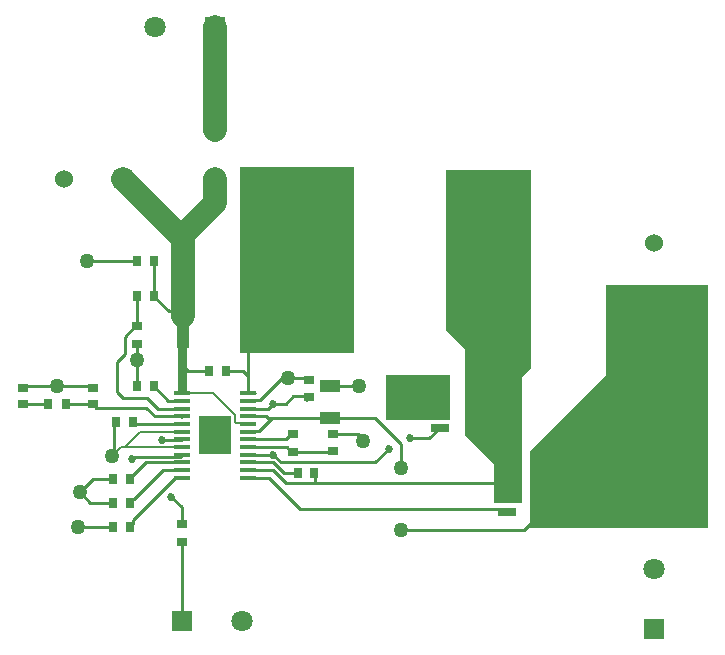
<source format=gtl>
G04*
G04 #@! TF.GenerationSoftware,Altium Limited,Altium Designer,19.1.8 (144)*
G04*
G04 Layer_Physical_Order=1*
G04 Layer_Color=255*
%FSLAX25Y25*%
%MOIN*%
G70*
G01*
G75*
%ADD10C,0.01000*%
%ADD33R,0.10787X0.12795*%
%ADD34R,0.05753X0.01381*%
%ADD35R,0.06693X0.04331*%
%ADD36R,0.06890X0.02559*%
%ADD37R,0.04134X0.12795*%
%ADD38R,0.24800X0.49200*%
%ADD39R,0.11811X0.18000*%
%ADD40R,0.06299X0.03150*%
%ADD41R,0.03150X0.03543*%
%ADD42R,0.03543X0.02756*%
%ADD43R,0.02756X0.03543*%
%ADD44R,0.03543X0.03150*%
%ADD45C,0.00800*%
%ADD46C,0.03000*%
%ADD47C,0.08000*%
%ADD48C,0.06000*%
%ADD49R,0.06000X0.06000*%
%ADD50C,0.07087*%
%ADD51R,0.07087X0.07087*%
%ADD52R,0.06000X0.06000*%
%ADD53R,0.07087X0.07087*%
%ADD54C,0.05000*%
%ADD55C,0.02700*%
G36*
X438000Y278500D02*
X400000D01*
X400000Y340500D01*
X438000D01*
X438000Y278500D01*
D02*
G37*
G36*
X470000Y256000D02*
X448500Y256000D01*
X448500Y271000D01*
X470000Y271000D01*
X470000Y256000D01*
D02*
G37*
G36*
X497000Y339500D02*
X497000Y273500D01*
X494000Y270500D01*
X494000Y228500D01*
X484500Y228500D01*
X484500Y241500D01*
X475000Y251000D01*
X475000Y279500D01*
X468500Y286000D01*
X468500Y339500D01*
X497000Y339500D01*
D02*
G37*
G36*
X556000Y220000D02*
X496500D01*
X496500Y245500D01*
X522000Y271000D01*
X522000Y301000D01*
X556000D01*
X556000Y220000D01*
D02*
G37*
D10*
X413500Y242000D02*
X445000D01*
X449500Y246500D01*
X410941Y244559D02*
X413500Y242000D01*
X357899Y254851D02*
X358547Y255500D01*
X357899Y244649D02*
Y254851D01*
X357250Y244000D02*
X358500D01*
X358524Y244024D01*
X368559Y242000D02*
X380500D01*
X363453Y236894D02*
X368559Y242000D01*
X364891Y243891D02*
X379832D01*
X364000Y243000D02*
X364891Y243891D01*
X379832D02*
X380500Y244559D01*
X410500Y256685D02*
X430000D01*
X409185D02*
X410500D01*
X406242Y252427D02*
X410500Y256685D01*
X402935Y252427D02*
X406242D01*
X402744Y252236D02*
X402935Y252427D01*
X408516Y257354D02*
X409185Y256685D01*
X402744Y257354D02*
X408516D01*
X400558Y254795D02*
X402744D01*
X380500Y274500D02*
X382500Y272500D01*
X430185Y267500D02*
X439500D01*
X430000Y267315D02*
X430185Y267500D01*
X411000Y261500D02*
X415244D01*
X417744Y264000D01*
X410880Y261500D02*
X411000D01*
X409294Y259913D02*
X410880Y261500D01*
X414000Y270000D02*
X416000D01*
X406663Y262663D02*
X414000Y270000D01*
X416000D02*
X422256D01*
X379516Y292398D02*
X381083Y290831D01*
X342815Y336500D02*
X342908Y336407D01*
X444815Y256685D02*
X453500Y248000D01*
X430000Y256685D02*
X444815D01*
X423000Y269256D02*
X423276Y268980D01*
X417744Y264000D02*
X422744D01*
X423000Y263744D01*
X422256Y270000D02*
X423000Y269256D01*
X421925Y262669D02*
X423000Y263744D01*
X364331Y222898D02*
X378314Y236882D01*
X380500D01*
X364331Y221378D02*
Y222898D01*
X363453Y220500D02*
X364331Y221378D01*
X380500Y221453D02*
X380500Y221453D01*
X380500Y221453D02*
Y227000D01*
X377000Y230500D02*
X380500Y227000D01*
X415435Y235000D02*
X425000D01*
Y238256D01*
X424756Y238500D02*
X425000Y238256D01*
X456500Y250000D02*
X463000D01*
X414500Y238500D02*
X419244D01*
X419244Y238500D01*
X411000Y242000D02*
X414500Y238500D01*
X402744Y242000D02*
X411000D01*
X374000Y249500D02*
X380323D01*
X380500Y249677D01*
X349000Y309000D02*
X365744D01*
X364453Y255500D02*
X365158Y254795D01*
X380500D01*
X341953Y261500D02*
X351000D01*
X371646Y257354D02*
X380500D01*
X368772Y260228D02*
X371646Y257354D01*
X352075Y260228D02*
X368772D01*
X351000Y261303D02*
X352075Y260228D01*
X359000Y265500D02*
X361000Y263500D01*
X369000D01*
X372587Y259913D01*
X380500D01*
X359000Y265500D02*
Y275500D01*
X376087Y262472D02*
X380500D01*
X371256Y267303D02*
X376087Y262472D01*
X365500Y267744D02*
Y276000D01*
Y267744D02*
X365744Y267500D01*
X371256Y267303D02*
Y267500D01*
X361500Y283846D02*
X365106Y287453D01*
X365500D01*
X365547Y287500D02*
Y297500D01*
X371256Y309000D02*
X371453Y308803D01*
Y297500D02*
Y308803D01*
X494594Y219500D02*
X505000Y229906D01*
Y233000D01*
X425000Y235000D02*
X488500D01*
X441000Y249000D02*
Y249500D01*
X439244Y251256D02*
X441000Y249500D01*
X431000Y251256D02*
X439244D01*
X463000Y250000D02*
X466500Y253500D01*
X381083Y286500D02*
Y290831D01*
X365744Y309000D02*
X365744Y309000D01*
X371453Y297106D02*
X376161Y292398D01*
X371453Y297106D02*
Y297500D01*
X376161Y292398D02*
X379516D01*
X453500Y219500D02*
X494594D01*
X453500Y240000D02*
Y248000D01*
X488500Y235000D02*
X489000Y235500D01*
X487925Y226575D02*
X489000Y225500D01*
X420081Y226575D02*
X487925D01*
X339000Y267500D02*
X350315D01*
X351000Y266815D01*
X328185Y267500D02*
X339000D01*
X327500Y266815D02*
X328185Y267500D01*
X335850Y261303D02*
X336047Y261500D01*
X327500Y261303D02*
X335850D01*
X359000Y275500D02*
X361500Y278000D01*
X380472Y262500D02*
X380500Y262472D01*
X361500Y278000D02*
Y283846D01*
X402744Y270756D02*
Y285327D01*
Y265032D02*
Y270756D01*
Y285327D02*
X403917Y286500D01*
X380500Y285917D02*
X381083Y286500D01*
X410994Y239441D02*
X415435Y235000D01*
X402744Y239441D02*
X410994D01*
X380500Y189000D02*
X380500Y189000D01*
Y215547D01*
X380310Y249487D02*
X380500Y249677D01*
X402744Y259913D02*
X409294D01*
X404930Y265032D02*
X405121Y265222D01*
X402744Y265032D02*
X404930D01*
X402744Y244559D02*
X410941D01*
X365500Y287453D02*
X365547Y287500D01*
X395256Y272500D02*
X401000D01*
X395256Y272500D02*
X395256Y272500D01*
X401000D02*
X402744Y270756D01*
X382500Y272500D02*
X389744D01*
X346500Y232000D02*
X350000Y228500D01*
X357547D01*
X346000Y220500D02*
X346000Y220500D01*
X357547D01*
X346500Y232000D02*
X351000Y236500D01*
X357547D01*
X402744Y252236D02*
X402935Y252427D01*
Y262663D02*
X406663D01*
X402744Y262472D02*
X402935Y262663D01*
X365500Y276000D02*
Y281547D01*
X402554Y244369D02*
X402744Y244559D01*
X409774Y236882D02*
X420081Y226575D01*
X402744Y236882D02*
X409774D01*
X430803Y245547D02*
X431000Y245744D01*
X417500Y245547D02*
X430803D01*
X417106D02*
X417500D01*
X415535Y247118D02*
X417106Y245547D01*
X402744Y247118D02*
X415535D01*
X417106Y251453D02*
X417500D01*
X415331Y249677D02*
X417106Y251453D01*
X402744Y249677D02*
X415331D01*
X380374Y257228D02*
X380500Y257354D01*
X380476Y254772D02*
X380500Y254795D01*
X364724Y229772D02*
X374394Y239441D01*
X364331Y229772D02*
X364724D01*
X363453Y228894D02*
X364331Y229772D01*
X363453Y228500D02*
Y228894D01*
X374394Y239441D02*
X380500D01*
X363453Y236500D02*
Y236894D01*
D33*
X391622Y250957D02*
D03*
D34*
X402744Y265032D02*
D03*
Y262472D02*
D03*
Y259913D02*
D03*
Y257354D02*
D03*
Y254795D02*
D03*
Y252236D02*
D03*
Y249677D02*
D03*
Y247118D02*
D03*
Y244559D02*
D03*
Y242000D02*
D03*
Y239441D02*
D03*
Y236882D02*
D03*
X380500D02*
D03*
Y239441D02*
D03*
Y242000D02*
D03*
Y244559D02*
D03*
Y247118D02*
D03*
Y249677D02*
D03*
Y252236D02*
D03*
Y254795D02*
D03*
Y257354D02*
D03*
Y259913D02*
D03*
Y262472D02*
D03*
Y265032D02*
D03*
D35*
X430000Y256685D02*
D03*
Y267315D02*
D03*
D36*
X391500Y352642D02*
D03*
Y336500D02*
D03*
D37*
X381083Y286500D02*
D03*
X403917D02*
D03*
D38*
X482700Y312500D02*
D03*
X422300D02*
D03*
D39*
X482500Y261000D02*
D03*
X505000Y233000D02*
D03*
D40*
X489335Y253500D02*
D03*
Y258500D02*
D03*
Y263500D02*
D03*
Y268500D02*
D03*
X466500Y253500D02*
D03*
Y258500D02*
D03*
Y263500D02*
D03*
Y268500D02*
D03*
X511835Y225500D02*
D03*
Y230500D02*
D03*
Y235500D02*
D03*
Y240500D02*
D03*
X489000Y225500D02*
D03*
Y230500D02*
D03*
Y235500D02*
D03*
Y240500D02*
D03*
D41*
X419244Y238500D02*
D03*
X424756D02*
D03*
X365744Y267500D02*
D03*
X371256D02*
D03*
X389744Y272500D02*
D03*
X395256D02*
D03*
X365744Y309000D02*
D03*
X371256D02*
D03*
D42*
X417500Y245547D02*
D03*
Y251453D02*
D03*
X380500Y221453D02*
D03*
Y215547D02*
D03*
X365500Y281547D02*
D03*
Y287453D02*
D03*
D43*
X336047Y261500D02*
D03*
X341953D02*
D03*
X358547Y255500D02*
D03*
X364453D02*
D03*
X357547Y236500D02*
D03*
X363453D02*
D03*
X357547Y228500D02*
D03*
X363453D02*
D03*
X357547Y220500D02*
D03*
X363453D02*
D03*
X365547Y297500D02*
D03*
X371453D02*
D03*
D44*
X423000Y269256D02*
D03*
Y263744D02*
D03*
X351000Y266815D02*
D03*
Y261303D02*
D03*
X327500Y266815D02*
D03*
Y261303D02*
D03*
X431000Y251256D02*
D03*
Y245744D02*
D03*
D45*
X361618Y247118D02*
X361686Y247050D01*
X380432D01*
X380500Y247118D01*
X357250Y244000D02*
X357899Y244649D01*
X360368Y247118D01*
X361618D01*
X398216Y255469D02*
X398684Y255000D01*
X402539D01*
X402744Y254795D01*
X398216Y255469D02*
Y257851D01*
X380500Y265032D02*
X391036D01*
X398216Y257851D01*
X366736Y252236D02*
X380500D01*
X361618Y247118D02*
X366736Y252236D01*
D46*
X380500Y274500D02*
Y285917D01*
Y266000D02*
Y274500D01*
D47*
X381083Y290831D02*
Y317917D01*
X379583D02*
X381083D01*
X361000Y336500D02*
X379583Y317917D01*
X381083D02*
X391500Y328335D01*
Y336500D01*
Y352642D02*
Y387000D01*
D48*
X538000Y315000D02*
D03*
X341315Y336500D02*
D03*
D49*
X538000Y285500D02*
D03*
D50*
Y206500D02*
D03*
Y251000D02*
D03*
X371500Y387000D02*
D03*
X400500Y189000D02*
D03*
D51*
X538000Y186500D02*
D03*
Y231000D02*
D03*
D52*
X361000Y336500D02*
D03*
D53*
X391500Y387000D02*
D03*
X380500Y189000D02*
D03*
D54*
X357250Y244000D02*
D03*
X439500Y267500D02*
D03*
X416000Y270000D02*
D03*
X391622Y250957D02*
D03*
X349000Y309000D02*
D03*
X441000Y249000D02*
D03*
X458500Y259000D02*
D03*
X452000Y263000D02*
D03*
X458000Y267500D02*
D03*
X453500Y219500D02*
D03*
Y240000D02*
D03*
X346000Y220500D02*
D03*
X346500Y232000D02*
D03*
X365500Y276000D02*
D03*
X339000Y267500D02*
D03*
D55*
X364000Y243000D02*
D03*
X411000Y261500D02*
D03*
X377000Y230500D02*
D03*
X456500Y250000D02*
D03*
X449500Y246500D02*
D03*
X374000Y249500D02*
D03*
X410941Y244559D02*
D03*
M02*

</source>
